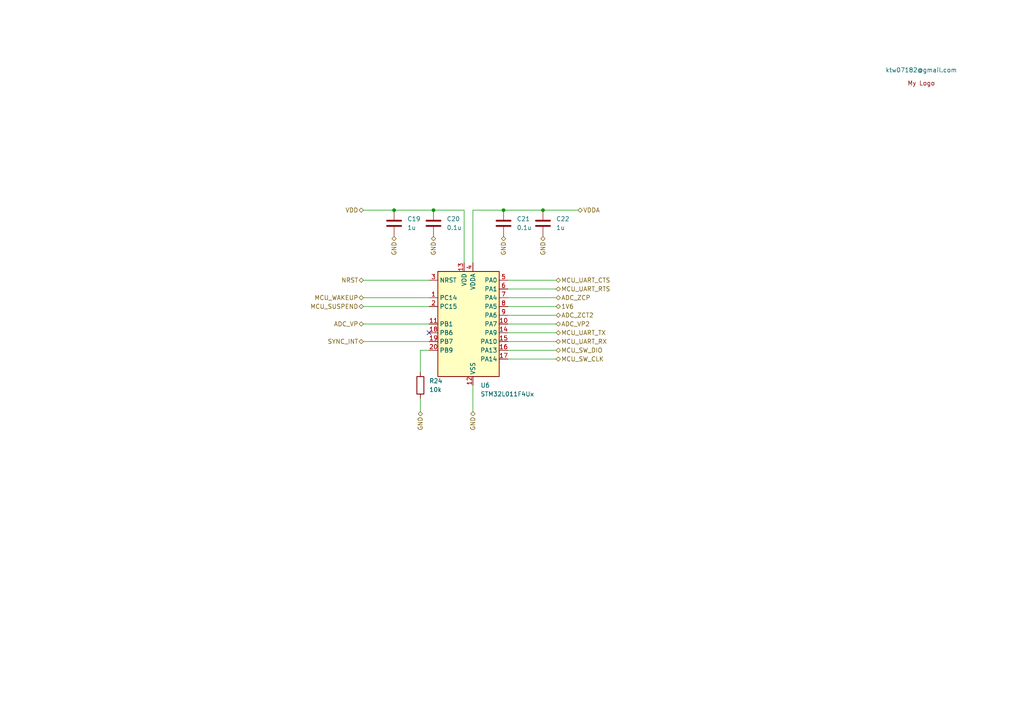
<source format=kicad_sch>
(kicad_sch (version 20231120) (generator "eeschema") (generator_version "8.0")
  (paper "A4")
  (title_block (title "LiveRCMeter") (date "2024-11-24") (company "ktw07182@gmail.com"))
  (lib_symbols
    (symbol "MCU_ST_STM32L0:STM32L011F4Ux"
      (property "Reference" "U" (at -7.62 16.51 0))
      (property "Value" "STM32L011F4Ux" (at 5.08 16.51 0))
      (symbol "STM32L011F4Ux_0_1"
        (rectangle (start -7.62 -15.24) (end 10.16 15.24) (stroke (width 0.254)) (fill (type background)))
      )
      (symbol "STM32L011F4Ux_1_1"
        (pin bidirectional line (at -10.16 7.62 0) (length 2.54) (name "PC14") (number "1"))
        (pin bidirectional line (at 12.7 0 180) (length 2.54) (name "PA7") (number "10"))
        (pin bidirectional line (at -10.16 0 0) (length 2.54) (name "PB1") (number "11"))
        (pin power_in line (at 2.54 -17.78 90) (length 2.54) (name "VSS") (number "12"))
        (pin power_in line (at 0 17.78 270) (length 2.54) (name "VDD") (number "13"))
        (pin bidirectional line (at 12.7 -2.54 180) (length 2.54) (name "PA9") (number "14"))
        (pin bidirectional line (at 12.7 -5.08 180) (length 2.54) (name "PA10") (number "15"))
        (pin bidirectional line (at 12.7 -7.62 180) (length 2.54) (name "PA13") (number "16"))
        (pin bidirectional line (at 12.7 -10.16 180) (length 2.54) (name "PA14") (number "17"))
        (pin bidirectional line (at -10.16 -2.54 0) (length 2.54) (name "PB6") (number "18"))
        (pin bidirectional line (at -10.16 -5.08 0) (length 2.54) (name "PB7") (number "19"))
        (pin bidirectional line (at -10.16 5.08 0) (length 2.54) (name "PC15") (number "2"))
        (pin bidirectional line (at -10.16 -7.62 0) (length 2.54) (name "PB9") (number "20"))
        (pin input line (at -10.16 12.7 0) (length 2.54) (name "NRST") (number "3"))
        (pin power_in line (at 2.54 17.78 270) (length 2.54) (name "VDDA") (number "4"))
        (pin bidirectional line (at 12.7 12.7 180) (length 2.54) (name "PA0") (number "5"))
        (pin bidirectional line (at 12.7 10.16 180) (length 2.54) (name "PA1") (number "6"))
        (pin bidirectional line (at 12.7 7.62 180) (length 2.54) (name "PA4") (number "7"))
        (pin bidirectional line (at 12.7 5.08 180) (length 2.54) (name "PA5") (number "8"))
        (pin bidirectional line (at 12.7 2.54 180) (length 2.54) (name "PA6") (number "9"))
      )
    )
    (symbol "Mouser:MyLogo" (pin_numbers hide) (pin_names (offset 0) hide) (in_bom no)
      (property "Value" "ktw07182@gmail.com" (at -0.254 -1.778 0))
      (symbol "MyLogo_1_1"
        (text "My Logo" (at -0.762 2.54 0) (effects (font (size 1.27 1.27))))
      )
    )
    (symbol "PCM_Capacitor_AKL:C_0402" (pin_numbers hide) (pin_names (offset 0.254))
      (property "Reference" "C" (at 0.635 2.54 0))
      (property "Value" "C_0402" (at 0.635 -2.54 0))
      (symbol "C_0402_0_1"
        (polyline (pts (xy -2.032 -0.762) (xy 2.032 -0.762)) (stroke (width 0.508)))
        (polyline (pts (xy -2.032 0.762) (xy 2.032 0.762)) (stroke (width 0.508)))
      )
      (symbol "C_0402_0_2"
        (polyline (pts (xy -2.54 -2.54) (xy -0.381 -0.381)))
        (polyline (pts (xy -0.508 -0.508) (xy -1.651 0.635)) (stroke (width 0.508)))
        (polyline (pts (xy -0.508 -0.508) (xy 0.635 -1.651)) (stroke (width 0.508)))
        (polyline (pts (xy 0.381 0.381) (xy 2.54 2.54)))
        (polyline (pts (xy 0.508 0.508) (xy -0.635 1.651)) (stroke (width 0.508)))
        (polyline (pts (xy 0.508 0.508) (xy 1.651 -0.635)) (stroke (width 0.508)))
      )
      (symbol "C_0402_1_1"
        (pin passive line (at 0 3.81 270) (length 2.794) (name "~") (number "1"))
        (pin passive line (at 0 -3.81 90) (length 2.794) (name "~") (number "2"))
      )
      (symbol "C_0402_1_2"
        (pin passive line (at 2.54 2.54 270) (length 0) (name "~") (number "1"))
        (pin passive line (at -2.54 -2.54 90) (length 0) (name "~") (number "2"))
      )
    )
    (symbol "PCM_Resistor_AKL:R_0402" (pin_numbers hide) (pin_names (offset 0))
      (property "Reference" "R" (at 2.54 1.27 0))
      (property "Value" "R_0402" (at 2.54 -1.27 0))
      (symbol "R_0402_0_1"
        (rectangle (start -1.016 2.54) (end 1.016 -2.54) (stroke (width 0.254)))
      )
      (symbol "R_0402_0_2"
        (polyline (pts (xy -2.54 -2.54) (xy -1.524 -1.524)))
        (polyline (pts (xy 1.524 1.524) (xy 2.54 2.54)))
        (polyline (pts (xy 1.524 1.524) (xy 0.889 2.159) (xy -2.159 -0.889) (xy -0.889 -2.159) (xy 2.159 0.889) (xy 1.524 1.524)) (stroke (width 0.254)))
      )
      (symbol "R_0402_1_1"
        (pin passive line (at 0 3.81 270) (length 1.27) (name "~") (number "1"))
        (pin passive line (at 0 -3.81 90) (length 1.27) (name "~") (number "2"))
      )
      (symbol "R_0402_1_2"
        (pin passive line (at 2.54 2.54 180) (length 0) (name "") (number "1"))
        (pin passive line (at -2.54 -2.54 0) (length 0) (name "") (number "2"))
      )
    )
  )
  (junction (at 146.05 60.96))
  (junction (at 114.3 60.96))
  (junction (at 125.73 60.96))
  (junction (at 157.48 60.96))
  (no_connect (at 124.46 96.52))
  (wire (pts (xy 147.32 96.52) (xy 161.29 96.52)))
  (wire (pts (xy 125.73 60.96) (xy 134.62 60.96)))
  (wire (pts (xy 121.92 101.6) (xy 124.46 101.6)))
  (wire (pts (xy 147.32 83.82) (xy 161.29 83.82)))
  (wire (pts (xy 147.32 88.9) (xy 161.29 88.9)))
  (wire (pts (xy 105.41 81.28) (xy 124.46 81.28)))
  (wire (pts (xy 121.92 119.38) (xy 121.92 115.57)))
  (wire (pts (xy 137.16 60.96) (xy 137.16 76.2)))
  (wire (pts (xy 147.32 81.28) (xy 161.29 81.28)))
  (wire (pts (xy 105.41 60.96) (xy 114.3 60.96)))
  (wire (pts (xy 121.92 107.95) (xy 121.92 101.6)))
  (wire (pts (xy 157.48 60.96) (xy 167.64 60.96)))
  (wire (pts (xy 137.16 111.76) (xy 137.16 119.38)))
  (wire (pts (xy 105.41 93.98) (xy 124.46 93.98)))
  (wire (pts (xy 147.32 104.14) (xy 161.29 104.14)))
  (wire (pts (xy 147.32 93.98) (xy 161.29 93.98)))
  (wire (pts (xy 105.41 99.06) (xy 124.46 99.06)))
  (wire (pts (xy 134.62 60.96) (xy 134.62 76.2)))
  (wire (pts (xy 146.05 60.96) (xy 157.48 60.96)))
  (wire (pts (xy 105.41 88.9) (xy 124.46 88.9)))
  (wire (pts (xy 146.05 60.96) (xy 137.16 60.96)))
  (wire (pts (xy 147.32 99.06) (xy 161.29 99.06)))
  (wire (pts (xy 114.3 60.96) (xy 125.73 60.96)))
  (wire (pts (xy 147.32 101.6) (xy 161.29 101.6)))
  (wire (pts (xy 105.41 86.36) (xy 124.46 86.36)))
  (wire (pts (xy 147.32 86.36) (xy 161.29 86.36)))
  (wire (pts (xy 147.32 91.44) (xy 161.29 91.44)))
  (hierarchical_label "VDDA" (shape bidirectional) (at 167.64 60.96 0))
  (hierarchical_label "GND" (shape bidirectional) (at 125.73 68.58 270))
  (hierarchical_label "ADC_ZCT2" (shape bidirectional) (at 161.29 91.44 0))
  (hierarchical_label "MCU_WAKEUP" (shape bidirectional) (at 105.41 86.36 180))
  (hierarchical_label "MCU_UART_RX" (shape bidirectional) (at 161.29 99.06 0))
  (hierarchical_label "MCU_UART_CTS" (shape bidirectional) (at 161.29 81.28 0))
  (hierarchical_label "ADC_ZCP" (shape bidirectional) (at 161.29 86.36 0))
  (hierarchical_label "ADC_VP2" (shape bidirectional) (at 161.29 93.98 0))
  (hierarchical_label "MCU_SUSPEND" (shape bidirectional) (at 105.41 88.9 180))
  (hierarchical_label "MCU_SW_DIO" (shape bidirectional) (at 161.29 101.6 0))
  (hierarchical_label "GND" (shape bidirectional) (at 157.48 68.58 270))
  (hierarchical_label "GND" (shape bidirectional) (at 146.05 68.58 270))
  (hierarchical_label "MCU_UART_TX" (shape bidirectional) (at 161.29 96.52 0))
  (hierarchical_label "ADC_VP" (shape bidirectional) (at 105.41 93.98 180))
  (hierarchical_label "GND" (shape bidirectional) (at 137.16 119.38 270))
  (hierarchical_label "MCU_SW_CLK" (shape bidirectional) (at 161.29 104.14 0))
  (hierarchical_label "MCU_UART_RTS" (shape bidirectional) (at 161.29 83.82 0))
  (hierarchical_label "SYNC_INT" (shape bidirectional) (at 105.41 99.06 180))
  (hierarchical_label "GND" (shape bidirectional) (at 121.92 119.38 270))
  (hierarchical_label "NRST" (shape bidirectional) (at 105.41 81.28 180))
  (hierarchical_label "VDD" (shape bidirectional) (at 105.41 60.96 180))
  (hierarchical_label "GND" (shape bidirectional) (at 114.3 68.58 270))
  (hierarchical_label "1V6" (shape bidirectional) (at 161.29 88.9 0))
  (symbol (lib_id "PCM_Capacitor_AKL:C_0402") (at 114.3 64.77 180) (unit 1)
    (property "Reference" "C19" (at 118.11 63.4999 0) (effects (justify right)))
    (property "Value" "1u" (at 118.11 66.0399 0) (effects (justify right)))
    (property "Footprint" "PCM_Capacitor_SMD_AKL:C_0402_1005Metric" (effects (hide yes)))
    (property "Description" "SMD 0402 MLCC capacitor, Alternate KiCad Library" (effects (hide yes)))
  )
  (symbol (lib_id "MCU_ST_STM32L0:STM32L011F4Ux") (at 134.62 93.98 0) (unit 1)
    (property "Reference" "U6" (at 139.3541 111.76 0) (effects (justify left)))
    (property "Value" "STM32L011F4Ux" (at 139.3541 114.3 0) (effects (justify left)))
    (property "Footprint" "Package_DFN_QFN:ST_UFQFPN-20_3x3mm_P0.5mm" (effects (hide yes)))
    (property "Datasheet" "https://www.st.com/resource/en/datasheet/stm32l011f4.pdf" (effects (hide yes)))
    (property "Description" "STMicroelectronics Arm Cortex-M0+ MCU, 16KB flash, 2KB RAM, 32 MHz, 1.65-3.6V, 16 GPIO, UFQFPN20" (effects (hide yes)))
  )
  (symbol (lib_id "Mouser:MyLogo") (at 267.97 26.67 0) (unit 1) (in_bom no)
    (property "Reference" "Symbol1" (effects (hide yes)))
    (property "Value" "ktw07182@gmail.com" (at 267.208 20.32 0))
    (property "Footprint" "Mouser:ktw07182_logo" (effects (hide yes)))
  )
  (symbol (lib_id "PCM_Capacitor_AKL:C_0402") (at 157.48 64.77 180) (unit 1)
    (property "Reference" "C22" (at 161.29 63.4999 0) (effects (justify right)))
    (property "Value" "1u" (at 161.29 66.0399 0) (effects (justify right)))
    (property "Footprint" "PCM_Capacitor_SMD_AKL:C_0402_1005Metric" (effects (hide yes)))
    (property "Description" "SMD 0402 MLCC capacitor, Alternate KiCad Library" (effects (hide yes)))
  )
  (symbol (lib_id "PCM_Resistor_AKL:R_0402") (at 121.92 111.76 180) (unit 1)
    (property "Reference" "R24" (at 124.46 110.4899 0) (effects (justify right)))
    (property "Value" "10k" (at 124.46 113.0299 0) (effects (justify right)))
    (property "Footprint" "PCM_Resistor_SMD_AKL:R_0402_1005Metric" (effects (hide yes)))
    (property "Description" "SMD 0402 Chip Resistor, European Symbol, Alternate KiCad Library" (effects (hide yes)))
  )
  (symbol (lib_id "PCM_Capacitor_AKL:C_0402") (at 125.73 64.77 180) (unit 1)
    (property "Reference" "C20" (at 129.54 63.4999 0) (effects (justify right)))
    (property "Value" "0.1u" (at 129.54 66.0399 0) (effects (justify right)))
    (property "Footprint" "PCM_Capacitor_SMD_AKL:C_0402_1005Metric" (effects (hide yes)))
    (property "Description" "SMD 0402 MLCC capacitor, Alternate KiCad Library" (effects (hide yes)))
  )
  (symbol (lib_id "PCM_Capacitor_AKL:C_0402") (at 146.05 64.77 180) (unit 1)
    (property "Reference" "C21" (at 149.86 63.4999 0) (effects (justify right)))
    (property "Value" "0.1u" (at 149.86 66.0399 0) (effects (justify right)))
    (property "Footprint" "PCM_Capacitor_SMD_AKL:C_0402_1005Metric" (effects (hide yes)))
    (property "Description" "SMD 0402 MLCC capacitor, Alternate KiCad Library" (effects (hide yes)))
  )
)
</source>
